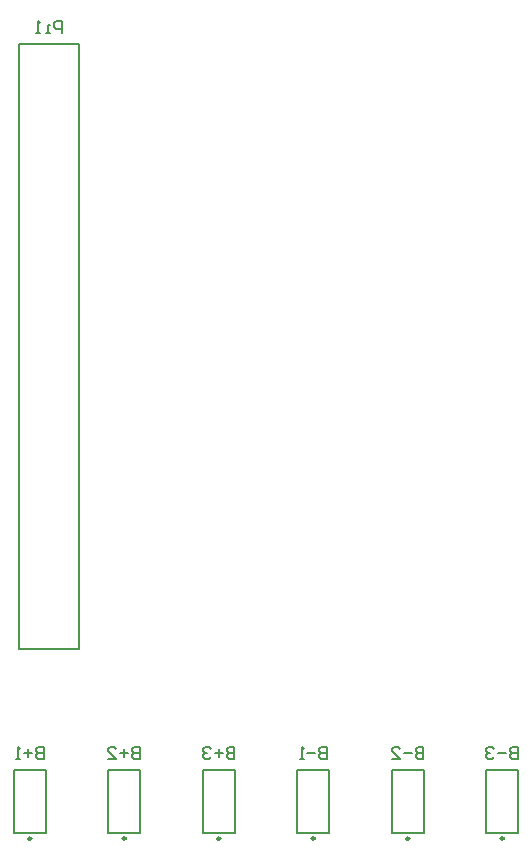
<source format=gbr>
%TF.GenerationSoftware,Altium Limited,Altium Designer,24.8.2 (39)*%
G04 Layer_Color=32896*
%FSLAX45Y45*%
%MOMM*%
%TF.SameCoordinates,881BA8A5-86D7-4330-8FCF-DEEC594DC812*%
%TF.FilePolarity,Positive*%
%TF.FileFunction,Legend,Bot*%
%TF.Part,Single*%
G01*
G75*
%TA.AperFunction,NonConductor*%
%ADD48C,0.25000*%
%ADD49C,0.20000*%
%ADD50C,0.15000*%
D48*
X1812500Y86000D02*
G03*
X1812500Y86000I-12500J0D01*
G01*
X4212500D02*
G03*
X4212500Y86000I-12500J0D01*
G01*
X3412500D02*
G03*
X3412500Y86000I-12500J0D01*
G01*
X1012500D02*
G03*
X1012500Y86000I-12500J0D01*
G01*
X212500D02*
G03*
X212500Y86000I-12500J0D01*
G01*
X2612500D02*
G03*
X2612500Y86000I-12500J0D01*
G01*
D49*
X1665500Y131000D02*
Y669000D01*
Y131000D02*
X1934500D01*
Y669000D01*
X1665500D02*
X1934500D01*
X111000Y6812000D02*
X619000D01*
X111000Y1694000D02*
Y6812000D01*
Y1694000D02*
X619000D01*
Y6812000D01*
X4065500Y131000D02*
Y669000D01*
Y131000D02*
X4334500D01*
Y669000D01*
X4065500D02*
X4334500D01*
X3265500Y131000D02*
Y669000D01*
Y131000D02*
X3534500D01*
Y669000D01*
X3265500D02*
X3534500D01*
X865500Y131000D02*
Y669000D01*
Y131000D02*
X1134500D01*
Y669000D01*
X865500D02*
X1134500D01*
X65500Y131000D02*
Y669000D01*
Y131000D02*
X334500D01*
Y669000D01*
X65500D02*
X334500D01*
X2465500Y131000D02*
Y669000D01*
Y131000D02*
X2734500D01*
Y669000D01*
X2465500D02*
X2734500D01*
D50*
X472440Y6903720D02*
Y7003688D01*
X422456D01*
X405795Y6987026D01*
Y6953704D01*
X422456Y6937043D01*
X472440D01*
X372472Y6903720D02*
X339150D01*
X355811D01*
Y6970365D01*
X372472D01*
X289166Y6903720D02*
X255843D01*
X272504D01*
Y7003688D01*
X289166Y6987026D01*
X4333240Y856888D02*
Y756920D01*
X4283256D01*
X4266595Y773581D01*
Y790243D01*
X4283256Y806904D01*
X4333240D01*
X4283256D01*
X4266595Y823565D01*
Y840226D01*
X4283256Y856888D01*
X4333240D01*
X4233272Y806904D02*
X4166627D01*
X4133304Y840226D02*
X4116643Y856888D01*
X4083321D01*
X4066659Y840226D01*
Y823565D01*
X4083321Y806904D01*
X4099982D01*
X4083321D01*
X4066659Y790243D01*
Y773581D01*
X4083321Y756920D01*
X4116643D01*
X4133304Y773581D01*
X3533140Y856888D02*
Y756920D01*
X3483156D01*
X3466495Y773581D01*
Y790243D01*
X3483156Y806904D01*
X3533140D01*
X3483156D01*
X3466495Y823565D01*
Y840226D01*
X3483156Y856888D01*
X3533140D01*
X3433172Y806904D02*
X3366527D01*
X3266559Y756920D02*
X3333204D01*
X3266559Y823565D01*
Y840226D01*
X3283221Y856888D01*
X3316543D01*
X3333204Y840226D01*
X2717800Y856888D02*
Y756920D01*
X2667816D01*
X2651155Y773581D01*
Y790243D01*
X2667816Y806904D01*
X2717800D01*
X2667816D01*
X2651155Y823565D01*
Y840226D01*
X2667816Y856888D01*
X2717800D01*
X2617832Y806904D02*
X2551187D01*
X2517864Y756920D02*
X2484542D01*
X2501203D01*
Y856888D01*
X2517864Y840226D01*
X1932940Y856888D02*
Y756920D01*
X1882956D01*
X1866295Y773581D01*
Y790243D01*
X1882956Y806904D01*
X1932940D01*
X1882956D01*
X1866295Y823565D01*
Y840226D01*
X1882956Y856888D01*
X1932940D01*
X1832972Y806904D02*
X1766327D01*
X1799650Y840226D02*
Y773581D01*
X1733004Y840226D02*
X1716343Y856888D01*
X1683021D01*
X1666359Y840226D01*
Y823565D01*
X1683021Y806904D01*
X1699682D01*
X1683021D01*
X1666359Y790243D01*
Y773581D01*
X1683021Y756920D01*
X1716343D01*
X1733004Y773581D01*
X1132840Y856888D02*
Y756920D01*
X1082856D01*
X1066195Y773581D01*
Y790243D01*
X1082856Y806904D01*
X1132840D01*
X1082856D01*
X1066195Y823565D01*
Y840226D01*
X1082856Y856888D01*
X1132840D01*
X1032872Y806904D02*
X966227D01*
X999550Y840226D02*
Y773581D01*
X866259Y756920D02*
X932904D01*
X866259Y823565D01*
Y840226D01*
X882921Y856888D01*
X916243D01*
X932904Y840226D01*
X317500Y856888D02*
Y756920D01*
X267516D01*
X250855Y773581D01*
Y790243D01*
X267516Y806904D01*
X317500D01*
X267516D01*
X250855Y823565D01*
Y840226D01*
X267516Y856888D01*
X317500D01*
X217532Y806904D02*
X150887D01*
X184210Y840226D02*
Y773581D01*
X117564Y756920D02*
X84242D01*
X100903D01*
Y856888D01*
X117564Y840226D01*
%TF.MD5,ec1e7d978f07381f5fb8fc47f97937d7*%
M02*

</source>
